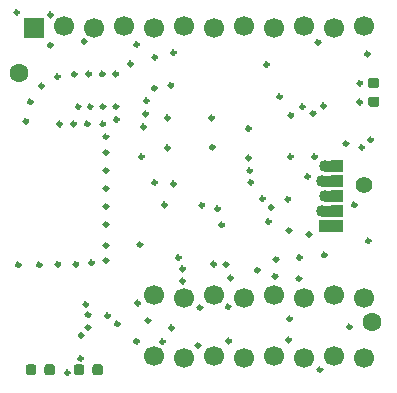
<source format=gbr>
%TF.GenerationSoftware,KiCad,Pcbnew,(5.1.8)-1*%
%TF.CreationDate,2021-03-28T09:39:19+02:00*%
%TF.ProjectId,KETCube_mainboard,4b455443-7562-4655-9f6d-61696e626f61,I*%
%TF.SameCoordinates,Original*%
%TF.FileFunction,Soldermask,Bot*%
%TF.FilePolarity,Negative*%
%FSLAX46Y46*%
G04 Gerber Fmt 4.6, Leading zero omitted, Abs format (unit mm)*
G04 Created by KiCad (PCBNEW (5.1.8)-1) date 2021-03-28 09:39:19*
%MOMM*%
%LPD*%
G01*
G04 APERTURE LIST*
%ADD10C,0.300000*%
%ADD11C,0.100000*%
%ADD12C,1.700000*%
%ADD13R,1.700000X1.700000*%
%ADD14R,1.000000X1.000000*%
%ADD15C,1.010000*%
%ADD16R,1.010000X1.010000*%
%ADD17C,1.600000*%
%ADD18C,1.400000*%
G04 APERTURE END LIST*
D10*
X157604600Y-92316300D02*
G75*
G03*
X157604600Y-92316300I-150000J0D01*
G01*
X158544400Y-104330500D02*
G75*
G03*
X158544400Y-104330500I-150000J0D01*
G01*
X155737700Y-92481400D02*
G75*
G03*
X155737700Y-92481400I-150000J0D01*
G01*
X138224400Y-86233000D02*
G75*
G03*
X138224400Y-86233000I-150000J0D01*
G01*
X150416400Y-108712000D02*
G75*
G03*
X150416400Y-108712000I-150000J0D01*
G01*
X150467200Y-111607600D02*
G75*
G03*
X150467200Y-111607600I-150000J0D01*
G01*
X158176100Y-114033300D02*
G75*
G03*
X158176100Y-114033300I-150000J0D01*
G01*
X156410800Y-106337100D02*
G75*
G03*
X156410800Y-106337100I-150000J0D01*
G01*
X155636100Y-109728000D02*
G75*
G03*
X155636100Y-109728000I-150000J0D01*
G01*
X155534500Y-111518700D02*
G75*
G03*
X155534500Y-111518700I-150000J0D01*
G01*
X160678000Y-110413800D02*
G75*
G03*
X160678000Y-110413800I-150000J0D01*
G01*
X162278200Y-103124000D02*
G75*
G03*
X162278200Y-103124000I-150000J0D01*
G01*
X150619600Y-106273600D02*
G75*
G03*
X150619600Y-106273600I-150000J0D01*
G01*
X154378800Y-106121200D02*
G75*
G03*
X154378800Y-106121200I-150000J0D01*
G01*
X154467700Y-104686100D02*
G75*
G03*
X154467700Y-104686100I-150000J0D01*
G01*
X149883000Y-101777800D02*
G75*
G03*
X149883000Y-101777800I-150000J0D01*
G01*
X143431400Y-92379800D02*
G75*
G03*
X143431400Y-92379800I-150000J0D01*
G01*
X132509400Y-83781900D02*
G75*
G03*
X132509400Y-83781900I-150000J0D01*
G01*
X135366900Y-83997800D02*
G75*
G03*
X135366900Y-83997800I-150000J0D01*
G01*
X158023700Y-86309200D02*
G75*
G03*
X158023700Y-86309200I-150000J0D01*
G01*
X154785200Y-90919300D02*
G75*
G03*
X154785200Y-90919300I-150000J0D01*
G01*
X153667600Y-88201500D02*
G75*
G03*
X153667600Y-88201500I-150000J0D01*
G01*
X162202000Y-87312500D02*
G75*
G03*
X162202000Y-87312500I-150000J0D01*
G01*
X161719400Y-95211900D02*
G75*
G03*
X161719400Y-95211900I-150000J0D01*
G01*
X134617600Y-90017600D02*
G75*
G03*
X134617600Y-90017600I-150000J0D01*
G01*
X135963800Y-89230200D02*
G75*
G03*
X135963800Y-89230200I-150000J0D01*
G01*
X137386200Y-89027000D02*
G75*
G03*
X137386200Y-89027000I-150000J0D01*
G01*
X138605400Y-89001600D02*
G75*
G03*
X138605400Y-89001600I-150000J0D01*
G01*
X139748400Y-89001600D02*
G75*
G03*
X139748400Y-89001600I-150000J0D01*
G01*
X140891400Y-89001600D02*
G75*
G03*
X140891400Y-89001600I-150000J0D01*
G01*
X140916800Y-91770200D02*
G75*
G03*
X140916800Y-91770200I-150000J0D01*
G01*
X139824600Y-91770200D02*
G75*
G03*
X139824600Y-91770200I-150000J0D01*
G01*
X138732400Y-91770200D02*
G75*
G03*
X138732400Y-91770200I-150000J0D01*
G01*
X137716400Y-91770200D02*
G75*
G03*
X137716400Y-91770200I-150000J0D01*
G01*
X133652400Y-91363800D02*
G75*
G03*
X133652400Y-91363800I-150000J0D01*
G01*
X133296800Y-92989400D02*
G75*
G03*
X133296800Y-92989400I-150000J0D01*
G01*
X136141600Y-93243400D02*
G75*
G03*
X136141600Y-93243400I-150000J0D01*
G01*
X137335400Y-93230700D02*
G75*
G03*
X137335400Y-93230700I-150000J0D01*
G01*
X138478400Y-93230700D02*
G75*
G03*
X138478400Y-93230700I-150000J0D01*
G01*
X140954900Y-92849700D02*
G75*
G03*
X140954900Y-92849700I-150000J0D01*
G01*
X139811900Y-93230700D02*
G75*
G03*
X139811900Y-93230700I-150000J0D01*
G01*
X140065900Y-94310200D02*
G75*
G03*
X140065900Y-94310200I-150000J0D01*
G01*
X140065900Y-95643700D02*
G75*
G03*
X140065900Y-95643700I-150000J0D01*
G01*
X140065900Y-97167700D02*
G75*
G03*
X140065900Y-97167700I-150000J0D01*
G01*
X140065900Y-98691700D02*
G75*
G03*
X140065900Y-98691700I-150000J0D01*
G01*
X135366900Y-86563200D02*
G75*
G03*
X135366900Y-86563200I-150000J0D01*
G01*
X142148700Y-88150700D02*
G75*
G03*
X142148700Y-88150700I-150000J0D01*
G01*
X142669400Y-86499700D02*
G75*
G03*
X142669400Y-86499700I-150000J0D01*
G01*
X144193400Y-87579200D02*
G75*
G03*
X144193400Y-87579200I-150000J0D01*
G01*
X145793600Y-87198200D02*
G75*
G03*
X145793600Y-87198200I-150000J0D01*
G01*
X145565000Y-89954100D02*
G75*
G03*
X145565000Y-89954100I-150000J0D01*
G01*
X144168000Y-90208100D02*
G75*
G03*
X144168000Y-90208100I-150000J0D01*
G01*
X143494900Y-91262200D02*
G75*
G03*
X143494900Y-91262200I-150000J0D01*
G01*
X143240900Y-93484700D02*
G75*
G03*
X143240900Y-93484700I-150000J0D01*
G01*
X145272900Y-92722700D02*
G75*
G03*
X145272900Y-92722700I-150000J0D01*
G01*
X149019400Y-92722700D02*
G75*
G03*
X149019400Y-92722700I-150000J0D01*
G01*
X152130900Y-93611700D02*
G75*
G03*
X152130900Y-93611700I-150000J0D01*
G01*
X149082900Y-95199200D02*
G75*
G03*
X149082900Y-95199200I-150000J0D01*
G01*
X145272900Y-95262700D02*
G75*
G03*
X145272900Y-95262700I-150000J0D01*
G01*
X143075800Y-95999300D02*
G75*
G03*
X143075800Y-95999300I-150000J0D01*
G01*
X144193400Y-98183700D02*
G75*
G03*
X144193400Y-98183700I-150000J0D01*
G01*
X145780900Y-98310700D02*
G75*
G03*
X145780900Y-98310700I-150000J0D01*
G01*
X145018900Y-100088700D02*
G75*
G03*
X145018900Y-100088700I-150000J0D01*
G01*
X148181200Y-100101400D02*
G75*
G03*
X148181200Y-100101400I-150000J0D01*
G01*
X149527400Y-100406200D02*
G75*
G03*
X149527400Y-100406200I-150000J0D01*
G01*
X153820000Y-101498400D02*
G75*
G03*
X153820000Y-101498400I-150000J0D01*
G01*
X154061300Y-100291900D02*
G75*
G03*
X154061300Y-100291900I-150000J0D01*
G01*
X153324700Y-99555300D02*
G75*
G03*
X153324700Y-99555300I-150000J0D01*
G01*
X155471000Y-99593400D02*
G75*
G03*
X155471000Y-99593400I-150000J0D01*
G01*
X152321400Y-98171000D02*
G75*
G03*
X152321400Y-98171000I-150000J0D01*
G01*
X152245200Y-97180400D02*
G75*
G03*
X152245200Y-97180400I-150000J0D01*
G01*
X152143600Y-96113600D02*
G75*
G03*
X152143600Y-96113600I-150000J0D01*
G01*
X155699600Y-95999300D02*
G75*
G03*
X155699600Y-95999300I-150000J0D01*
G01*
X157147400Y-97675700D02*
G75*
G03*
X157147400Y-97675700I-150000J0D01*
G01*
X156702900Y-91770200D02*
G75*
G03*
X156702900Y-91770200I-150000J0D01*
G01*
X158480900Y-91706700D02*
G75*
G03*
X158480900Y-91706700I-150000J0D01*
G01*
X161541600Y-91389200D02*
G75*
G03*
X161541600Y-91389200I-150000J0D01*
G01*
X161567000Y-89776300D02*
G75*
G03*
X161567000Y-89776300I-150000J0D01*
G01*
X162481400Y-94576900D02*
G75*
G03*
X162481400Y-94576900I-150000J0D01*
G01*
X160385900Y-94894400D02*
G75*
G03*
X160385900Y-94894400I-150000J0D01*
G01*
X161084400Y-100088700D02*
G75*
G03*
X161084400Y-100088700I-150000J0D01*
G01*
X157274400Y-102577900D02*
G75*
G03*
X157274400Y-102577900I-150000J0D01*
G01*
X155559900Y-102247700D02*
G75*
G03*
X155559900Y-102247700I-150000J0D01*
G01*
X156448900Y-104533700D02*
G75*
G03*
X156448900Y-104533700I-150000J0D01*
G01*
X152892900Y-105613200D02*
G75*
G03*
X152892900Y-105613200I-150000J0D01*
G01*
X150238600Y-105117900D02*
G75*
G03*
X150238600Y-105117900I-150000J0D01*
G01*
X149184500Y-105105200D02*
G75*
G03*
X149184500Y-105105200I-150000J0D01*
G01*
X146200000Y-104546400D02*
G75*
G03*
X146200000Y-104546400I-150000J0D01*
G01*
X146555600Y-105498900D02*
G75*
G03*
X146555600Y-105498900I-150000J0D01*
G01*
X146555600Y-106540300D02*
G75*
G03*
X146555600Y-106540300I-150000J0D01*
G01*
X148028800Y-108788200D02*
G75*
G03*
X148028800Y-108788200I-150000J0D01*
G01*
X140065900Y-100215700D02*
G75*
G03*
X140065900Y-100215700I-150000J0D01*
G01*
X140065900Y-101739700D02*
G75*
G03*
X140065900Y-101739700I-150000J0D01*
G01*
X140065900Y-103517700D02*
G75*
G03*
X140065900Y-103517700I-150000J0D01*
G01*
X142948800Y-103454200D02*
G75*
G03*
X142948800Y-103454200I-150000J0D01*
G01*
X132636400Y-105168700D02*
G75*
G03*
X132636400Y-105168700I-150000J0D01*
G01*
X134414400Y-105168700D02*
G75*
G03*
X134414400Y-105168700I-150000J0D01*
G01*
X136001900Y-105105200D02*
G75*
G03*
X136001900Y-105105200I-150000J0D01*
G01*
X137525900Y-105105200D02*
G75*
G03*
X137525900Y-105105200I-150000J0D01*
G01*
X138859400Y-104978200D02*
G75*
G03*
X138859400Y-104978200I-150000J0D01*
G01*
X140065900Y-104787700D02*
G75*
G03*
X140065900Y-104787700I-150000J0D01*
G01*
X138364100Y-108508800D02*
G75*
G03*
X138364100Y-108508800I-150000J0D01*
G01*
X136802000Y-114300000D02*
G75*
G03*
X136802000Y-114300000I-150000J0D01*
G01*
X137970400Y-111125000D02*
G75*
G03*
X137970400Y-111125000I-150000J0D01*
G01*
X138554600Y-110464600D02*
G75*
G03*
X138554600Y-110464600I-150000J0D01*
G01*
X138554600Y-109385100D02*
G75*
G03*
X138554600Y-109385100I-150000J0D01*
G01*
X140205600Y-109474000D02*
G75*
G03*
X140205600Y-109474000I-150000J0D01*
G01*
X141018400Y-110159800D02*
G75*
G03*
X141018400Y-110159800I-150000J0D01*
G01*
X143634600Y-109880400D02*
G75*
G03*
X143634600Y-109880400I-150000J0D01*
G01*
X142656700Y-111633000D02*
G75*
G03*
X142656700Y-111633000I-150000J0D01*
G01*
X144853800Y-111658400D02*
G75*
G03*
X144853800Y-111658400I-150000J0D01*
G01*
X145615800Y-110502700D02*
G75*
G03*
X145615800Y-110502700I-150000J0D01*
G01*
X147876400Y-111988600D02*
G75*
G03*
X147876400Y-111988600I-150000J0D01*
G01*
D11*
G36*
X159327850Y-98488500D02*
G01*
X158324550Y-98488500D01*
X158311850Y-97624900D01*
X159315150Y-97624900D01*
X159327850Y-98488500D01*
G37*
X159327850Y-98488500D02*
X158324550Y-98488500D01*
X158311850Y-97624900D01*
X159315150Y-97624900D01*
X159327850Y-98488500D01*
G36*
X159264350Y-101028500D02*
G01*
X158261050Y-101028500D01*
X158248350Y-100164900D01*
X159251650Y-100164900D01*
X159264350Y-101028500D01*
G37*
X159264350Y-101028500D02*
X158261050Y-101028500D01*
X158248350Y-100164900D01*
X159251650Y-100164900D01*
X159264350Y-101028500D01*
G36*
X159467550Y-102311200D02*
G01*
X158464250Y-102311200D01*
X158451550Y-101422200D01*
X159454850Y-101422200D01*
X159467550Y-102311200D01*
G37*
X159467550Y-102311200D02*
X158464250Y-102311200D01*
X158451550Y-101422200D01*
X159454850Y-101422200D01*
X159467550Y-102311200D01*
G36*
X159404050Y-99758500D02*
G01*
X158400750Y-99758500D01*
X158388050Y-98894900D01*
X159391350Y-98894900D01*
X159404050Y-99758500D01*
G37*
X159404050Y-99758500D02*
X158400750Y-99758500D01*
X158388050Y-98894900D01*
X159391350Y-98894900D01*
X159404050Y-99758500D01*
G36*
X159492950Y-97218500D02*
G01*
X158489650Y-97218500D01*
X158476950Y-96354900D01*
X159480250Y-96354900D01*
X159492950Y-97218500D01*
G37*
X159492950Y-97218500D02*
X158489650Y-97218500D01*
X158476950Y-96354900D01*
X159480250Y-96354900D01*
X159492950Y-97218500D01*
D10*
X137919600Y-113080800D02*
G75*
G03*
X137919600Y-113080800I-150000J0D01*
G01*
X137970400Y-111125000D02*
G75*
G03*
X137970400Y-111125000I-150000J0D01*
G01*
X138554600Y-110464600D02*
G75*
G03*
X138554600Y-110464600I-150000J0D01*
G01*
X138554600Y-109397800D02*
G75*
G03*
X138554600Y-109397800I-150000J0D01*
G01*
X144853800Y-111658400D02*
G75*
G03*
X144853800Y-111658400I-150000J0D01*
G01*
X143634600Y-109880400D02*
G75*
G03*
X143634600Y-109880400I-150000J0D01*
G01*
X142745600Y-108407200D02*
G75*
G03*
X142745600Y-108407200I-150000J0D01*
G01*
X157731600Y-96012000D02*
G75*
G03*
X157731600Y-96012000I-150000J0D01*
G01*
D12*
%TO.C,J1*%
X161757660Y-107942860D03*
X159217660Y-107742860D03*
X143977660Y-107742860D03*
X156677660Y-107942860D03*
X154137660Y-107742860D03*
X151597660Y-107942860D03*
X146517660Y-107942860D03*
X149057660Y-107742860D03*
D13*
X133817660Y-85144860D03*
D12*
X136357660Y-84944860D03*
X138897660Y-85144860D03*
X141437660Y-84944860D03*
X143977660Y-85144860D03*
X146517660Y-84944860D03*
X149057660Y-85144860D03*
X151597660Y-84944860D03*
X154137660Y-85144860D03*
X156677660Y-84944860D03*
X159217660Y-85144860D03*
X161757660Y-84944860D03*
X143977660Y-112884860D03*
X146517660Y-113084860D03*
X149057660Y-112884860D03*
X151597660Y-113084860D03*
X154137660Y-112884860D03*
X156677660Y-113084860D03*
X159217660Y-112884860D03*
X161757660Y-113084860D03*
%TD*%
D14*
%TO.C,J3*%
X159440900Y-96786700D03*
X159440900Y-98056700D03*
X159440900Y-99326700D03*
X159440900Y-100596700D03*
X159440900Y-101866700D03*
D15*
X158430900Y-96786700D03*
X158230900Y-98056700D03*
X158430900Y-99326700D03*
X158230900Y-100596700D03*
D16*
X158430900Y-101866700D03*
%TD*%
D17*
%TO.C,FID4*%
X162461400Y-110030200D03*
%TD*%
%TO.C,FID3*%
X132551400Y-88930200D03*
%TD*%
D18*
%TO.C,TP1*%
X161791400Y-98440200D03*
%TD*%
%TO.C,D3*%
G36*
G01*
X134016000Y-113789750D02*
X134016000Y-114302250D01*
G75*
G02*
X133797250Y-114521000I-218750J0D01*
G01*
X133359750Y-114521000D01*
G75*
G02*
X133141000Y-114302250I0J218750D01*
G01*
X133141000Y-113789750D01*
G75*
G02*
X133359750Y-113571000I218750J0D01*
G01*
X133797250Y-113571000D01*
G75*
G02*
X134016000Y-113789750I0J-218750D01*
G01*
G37*
G36*
G01*
X135591000Y-113789750D02*
X135591000Y-114302250D01*
G75*
G02*
X135372250Y-114521000I-218750J0D01*
G01*
X134934750Y-114521000D01*
G75*
G02*
X134716000Y-114302250I0J218750D01*
G01*
X134716000Y-113789750D01*
G75*
G02*
X134934750Y-113571000I218750J0D01*
G01*
X135372250Y-113571000D01*
G75*
G02*
X135591000Y-113789750I0J-218750D01*
G01*
G37*
%TD*%
%TO.C,D2*%
G36*
G01*
X138780000Y-114302250D02*
X138780000Y-113789750D01*
G75*
G02*
X138998750Y-113571000I218750J0D01*
G01*
X139436250Y-113571000D01*
G75*
G02*
X139655000Y-113789750I0J-218750D01*
G01*
X139655000Y-114302250D01*
G75*
G02*
X139436250Y-114521000I-218750J0D01*
G01*
X138998750Y-114521000D01*
G75*
G02*
X138780000Y-114302250I0J218750D01*
G01*
G37*
G36*
G01*
X137205000Y-114302250D02*
X137205000Y-113789750D01*
G75*
G02*
X137423750Y-113571000I218750J0D01*
G01*
X137861250Y-113571000D01*
G75*
G02*
X138080000Y-113789750I0J-218750D01*
G01*
X138080000Y-114302250D01*
G75*
G02*
X137861250Y-114521000I-218750J0D01*
G01*
X137423750Y-114521000D01*
G75*
G02*
X137205000Y-114302250I0J218750D01*
G01*
G37*
%TD*%
%TO.C,D1*%
G36*
G01*
X162841650Y-90213700D02*
X162329150Y-90213700D01*
G75*
G02*
X162110400Y-89994950I0J218750D01*
G01*
X162110400Y-89557450D01*
G75*
G02*
X162329150Y-89338700I218750J0D01*
G01*
X162841650Y-89338700D01*
G75*
G02*
X163060400Y-89557450I0J-218750D01*
G01*
X163060400Y-89994950D01*
G75*
G02*
X162841650Y-90213700I-218750J0D01*
G01*
G37*
G36*
G01*
X162841650Y-91788700D02*
X162329150Y-91788700D01*
G75*
G02*
X162110400Y-91569950I0J218750D01*
G01*
X162110400Y-91132450D01*
G75*
G02*
X162329150Y-90913700I218750J0D01*
G01*
X162841650Y-90913700D01*
G75*
G02*
X163060400Y-91132450I0J-218750D01*
G01*
X163060400Y-91569950D01*
G75*
G02*
X162841650Y-91788700I-218750J0D01*
G01*
G37*
%TD*%
M02*

</source>
